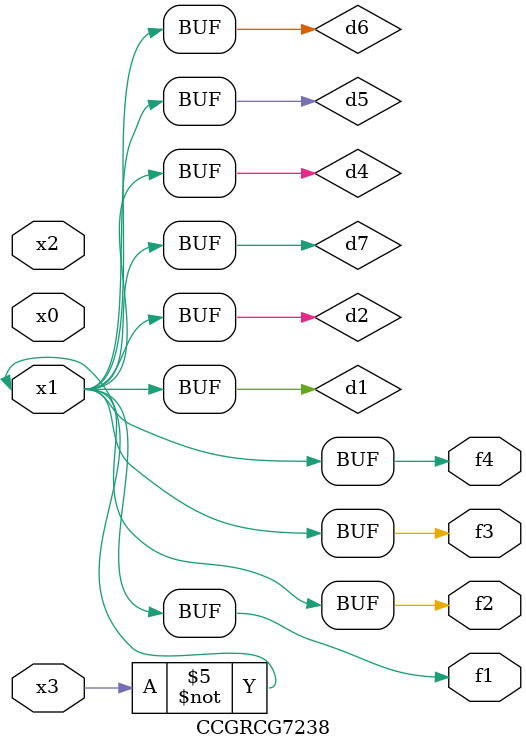
<source format=v>
module CCGRCG7238(
	input x0, x1, x2, x3,
	output f1, f2, f3, f4
);

	wire d1, d2, d3, d4, d5, d6, d7;

	not (d1, x3);
	buf (d2, x1);
	xnor (d3, d1, d2);
	nor (d4, d1);
	buf (d5, d1, d2);
	buf (d6, d4, d5);
	nand (d7, d4);
	assign f1 = d6;
	assign f2 = d7;
	assign f3 = d6;
	assign f4 = d6;
endmodule

</source>
